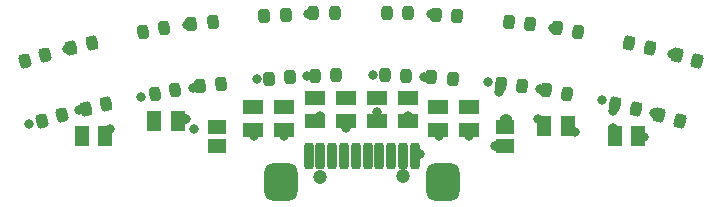
<source format=gts>
G04*
G04 #@! TF.GenerationSoftware,Altium Limited,Altium Designer,24.9.1 (31)*
G04*
G04 Layer_Color=8388736*
%FSLAX44Y44*%
%MOMM*%
G71*
G04*
G04 #@! TF.SameCoordinates,7DCFF066-EA26-49B3-B75A-539F59D7DBC6*
G04*
G04*
G04 #@! TF.FilePolarity,Negative*
G04*
G01*
G75*
%ADD30R,1.1532X1.6532*%
%ADD31R,1.6532X1.1532*%
%ADD32R,1.5932X1.1632*%
G04:AMPARAMS|DCode=33|XSize=1.2032mm|YSize=0.9732mm|CornerRadius=0.2903mm|HoleSize=0mm|Usage=FLASHONLY|Rotation=74.000|XOffset=0mm|YOffset=0mm|HoleType=Round|Shape=RoundedRectangle|*
%AMROUNDEDRECTD33*
21,1,1.2032,0.3927,0,0,74.0*
21,1,0.6227,0.9732,0,0,74.0*
1,1,0.5805,0.2746,0.2452*
1,1,0.5805,0.1029,-0.3534*
1,1,0.5805,-0.2746,-0.2452*
1,1,0.5805,-0.1029,0.3534*
%
%ADD33ROUNDEDRECTD33*%
G04:AMPARAMS|DCode=34|XSize=1.2032mm|YSize=0.9732mm|CornerRadius=0.2903mm|HoleSize=0mm|Usage=FLASHONLY|Rotation=256.700|XOffset=0mm|YOffset=0mm|HoleType=Round|Shape=RoundedRectangle|*
%AMROUNDEDRECTD34*
21,1,1.2032,0.3927,0,0,256.7*
21,1,0.6227,0.9732,0,0,256.7*
1,1,0.5805,-0.2627,-0.2578*
1,1,0.5805,-0.1195,0.3482*
1,1,0.5805,0.2627,0.2578*
1,1,0.5805,0.1195,-0.3482*
%
%ADD34ROUNDEDRECTD34*%
G04:AMPARAMS|DCode=35|XSize=1.2032mm|YSize=0.9732mm|CornerRadius=0.2903mm|HoleSize=0mm|Usage=FLASHONLY|Rotation=79.900|XOffset=0mm|YOffset=0mm|HoleType=Round|Shape=RoundedRectangle|*
%AMROUNDEDRECTD35*
21,1,1.2032,0.3927,0,0,79.9*
21,1,0.6227,0.9732,0,0,79.9*
1,1,0.5805,0.2479,0.2721*
1,1,0.5805,0.1387,-0.3410*
1,1,0.5805,-0.2479,-0.2721*
1,1,0.5805,-0.1387,0.3410*
%
%ADD35ROUNDEDRECTD35*%
G04:AMPARAMS|DCode=36|XSize=1.2032mm|YSize=0.9732mm|CornerRadius=0.2903mm|HoleSize=0mm|Usage=FLASHONLY|Rotation=262.400|XOffset=0mm|YOffset=0mm|HoleType=Round|Shape=RoundedRectangle|*
%AMROUNDEDRECTD36*
21,1,1.2032,0.3927,0,0,262.4*
21,1,0.6227,0.9732,0,0,262.4*
1,1,0.5805,-0.2358,-0.2827*
1,1,0.5805,-0.1535,0.3346*
1,1,0.5805,0.2358,0.2827*
1,1,0.5805,0.1535,-0.3346*
%
%ADD36ROUNDEDRECTD36*%
G04:AMPARAMS|DCode=37|XSize=1.2032mm|YSize=0.9732mm|CornerRadius=0.2903mm|HoleSize=0mm|Usage=FLASHONLY|Rotation=85.700|XOffset=0mm|YOffset=0mm|HoleType=Round|Shape=RoundedRectangle|*
%AMROUNDEDRECTD37*
21,1,1.2032,0.3927,0,0,85.7*
21,1,0.6227,0.9732,0,0,85.7*
1,1,0.5805,0.2191,0.2958*
1,1,0.5805,0.1725,-0.3252*
1,1,0.5805,-0.2191,-0.2958*
1,1,0.5805,-0.1725,0.3252*
%
%ADD37ROUNDEDRECTD37*%
G04:AMPARAMS|DCode=38|XSize=1.2032mm|YSize=0.9732mm|CornerRadius=0.2903mm|HoleSize=0mm|Usage=FLASHONLY|Rotation=91.700|XOffset=0mm|YOffset=0mm|HoleType=Round|Shape=RoundedRectangle|*
%AMROUNDEDRECTD38*
21,1,1.2032,0.3927,0,0,91.7*
21,1,0.6227,0.9732,0,0,91.7*
1,1,0.5805,0.1870,0.3170*
1,1,0.5805,0.2055,-0.3054*
1,1,0.5805,-0.1870,-0.3170*
1,1,0.5805,-0.2055,0.3054*
%
%ADD38ROUNDEDRECTD38*%
G04:AMPARAMS|DCode=39|XSize=1.2032mm|YSize=0.9732mm|CornerRadius=0.2903mm|HoleSize=0mm|Usage=FLASHONLY|Rotation=268.300|XOffset=0mm|YOffset=0mm|HoleType=Round|Shape=RoundedRectangle|*
%AMROUNDEDRECTD39*
21,1,1.2032,0.3927,0,0,268.3*
21,1,0.6227,0.9732,0,0,268.3*
1,1,0.5805,-0.2055,-0.3054*
1,1,0.5805,-0.1870,0.3170*
1,1,0.5805,0.2055,0.3054*
1,1,0.5805,0.1870,-0.3170*
%
%ADD39ROUNDEDRECTD39*%
G04:AMPARAMS|DCode=40|XSize=1.2032mm|YSize=0.9732mm|CornerRadius=0.2903mm|HoleSize=0mm|Usage=FLASHONLY|Rotation=274.200|XOffset=0mm|YOffset=0mm|HoleType=Round|Shape=RoundedRectangle|*
%AMROUNDEDRECTD40*
21,1,1.2032,0.3927,0,0,274.2*
21,1,0.6227,0.9732,0,0,274.2*
1,1,0.5805,-0.1730,-0.3249*
1,1,0.5805,-0.2186,0.2961*
1,1,0.5805,0.1730,0.3249*
1,1,0.5805,0.2186,-0.2961*
%
%ADD40ROUNDEDRECTD40*%
G04:AMPARAMS|DCode=41|XSize=1.2032mm|YSize=0.9732mm|CornerRadius=0.2903mm|HoleSize=0mm|Usage=FLASHONLY|Rotation=97.600|XOffset=0mm|YOffset=0mm|HoleType=Round|Shape=RoundedRectangle|*
%AMROUNDEDRECTD41*
21,1,1.2032,0.3927,0,0,97.6*
21,1,0.6227,0.9732,0,0,97.6*
1,1,0.5805,0.1535,0.3346*
1,1,0.5805,0.2358,-0.2827*
1,1,0.5805,-0.1535,-0.3346*
1,1,0.5805,-0.2358,0.2827*
%
%ADD41ROUNDEDRECTD41*%
G04:AMPARAMS|DCode=42|XSize=1.2032mm|YSize=0.9732mm|CornerRadius=0.2903mm|HoleSize=0mm|Usage=FLASHONLY|Rotation=280.200|XOffset=0mm|YOffset=0mm|HoleType=Round|Shape=RoundedRectangle|*
%AMROUNDEDRECTD42*
21,1,1.2032,0.3927,0,0,280.2*
21,1,0.6227,0.9732,0,0,280.2*
1,1,0.5805,-0.1381,-0.3412*
1,1,0.5805,-0.2484,0.2717*
1,1,0.5805,0.1381,0.3412*
1,1,0.5805,0.2484,-0.2717*
%
%ADD42ROUNDEDRECTD42*%
G04:AMPARAMS|DCode=43|XSize=1.2032mm|YSize=0.9732mm|CornerRadius=0.2903mm|HoleSize=0mm|Usage=FLASHONLY|Rotation=286.000|XOffset=0mm|YOffset=0mm|HoleType=Round|Shape=RoundedRectangle|*
%AMROUNDEDRECTD43*
21,1,1.2032,0.3927,0,0,286.0*
21,1,0.6227,0.9732,0,0,286.0*
1,1,0.5805,-0.1029,-0.3534*
1,1,0.5805,-0.2746,0.2452*
1,1,0.5805,0.1029,0.3534*
1,1,0.5805,0.2746,-0.2452*
%
%ADD43ROUNDEDRECTD43*%
G04:AMPARAMS|DCode=44|XSize=1.2032mm|YSize=0.9732mm|CornerRadius=0.2903mm|HoleSize=0mm|Usage=FLASHONLY|Rotation=103.300|XOffset=0mm|YOffset=0mm|HoleType=Round|Shape=RoundedRectangle|*
%AMROUNDEDRECTD44*
21,1,1.2032,0.3927,0,0,103.3*
21,1,0.6227,0.9732,0,0,103.3*
1,1,0.5805,0.1195,0.3482*
1,1,0.5805,0.2627,-0.2578*
1,1,0.5805,-0.1195,-0.3482*
1,1,0.5805,-0.2627,0.2578*
%
%ADD44ROUNDEDRECTD44*%
G04:AMPARAMS|DCode=45|XSize=2.8042mm|YSize=3.2029mm|CornerRadius=0.7388mm|HoleSize=0mm|Usage=FLASHONLY|Rotation=0.000|XOffset=0mm|YOffset=0mm|HoleType=Round|Shape=RoundedRectangle|*
%AMROUNDEDRECTD45*
21,1,2.8042,1.7253,0,0,0.0*
21,1,1.3265,3.2029,0,0,0.0*
1,1,1.4777,0.6632,-0.8626*
1,1,1.4777,-0.6632,-0.8626*
1,1,1.4777,-0.6632,0.8626*
1,1,1.4777,0.6632,0.8626*
%
%ADD45ROUNDEDRECTD45*%
G04:AMPARAMS|DCode=46|XSize=0.8532mm|YSize=2.2352mm|CornerRadius=0.2609mm|HoleSize=0mm|Usage=FLASHONLY|Rotation=0.000|XOffset=0mm|YOffset=0mm|HoleType=Round|Shape=RoundedRectangle|*
%AMROUNDEDRECTD46*
21,1,0.8532,1.7135,0,0,0.0*
21,1,0.3315,2.2352,0,0,0.0*
1,1,0.5217,0.1658,-0.8568*
1,1,0.5217,-0.1658,-0.8568*
1,1,0.5217,-0.1658,0.8568*
1,1,0.5217,0.1658,0.8568*
%
%ADD46ROUNDEDRECTD46*%
%ADD47C,0.8032*%
%ADD48C,1.2032*%
D30*
X521876Y81534D02*
D03*
X541876D02*
D03*
X462186Y89916D02*
D03*
X482186D02*
D03*
X132240Y93980D02*
D03*
X152240D02*
D03*
X90772Y81534D02*
D03*
X70772D02*
D03*
D31*
X398780Y86360D02*
D03*
Y106360D02*
D03*
X268151Y113980D02*
D03*
Y93980D02*
D03*
X294277D02*
D03*
Y113980D02*
D03*
X215900Y86360D02*
D03*
Y106360D02*
D03*
X242026Y86360D02*
D03*
Y106360D02*
D03*
X372654Y86360D02*
D03*
Y106360D02*
D03*
X346529Y93980D02*
D03*
Y113980D02*
D03*
X320403D02*
D03*
Y93980D02*
D03*
D32*
X429006Y73380D02*
D03*
Y89180D02*
D03*
X185420Y73380D02*
D03*
Y89180D02*
D03*
D33*
X574353Y150304D02*
D03*
X591656Y145343D02*
D03*
X559744Y99357D02*
D03*
X577047Y94396D02*
D03*
D34*
X539662Y104570D02*
D03*
X522145Y108711D02*
D03*
X551855Y156149D02*
D03*
X534338Y160290D02*
D03*
D35*
X473187Y172668D02*
D03*
X490908Y169511D02*
D03*
X463892Y120489D02*
D03*
X481613Y117332D02*
D03*
D36*
X443116Y123643D02*
D03*
X425274Y126023D02*
D03*
X450126Y176177D02*
D03*
X432284Y178557D02*
D03*
D37*
X370612Y184400D02*
D03*
X388562Y183051D02*
D03*
X366638Y131549D02*
D03*
X384588Y130200D02*
D03*
D38*
X266718Y185621D02*
D03*
X284710Y186155D02*
D03*
X268290Y132645D02*
D03*
X286282Y133179D02*
D03*
D39*
X345610Y132645D02*
D03*
X327618Y133179D02*
D03*
X347182Y185621D02*
D03*
X329190Y186155D02*
D03*
D40*
X247217Y131630D02*
D03*
X229265Y130312D02*
D03*
X243335Y184488D02*
D03*
X225383Y183170D02*
D03*
D41*
X163574Y176177D02*
D03*
X181416Y178557D02*
D03*
X170584Y123643D02*
D03*
X188426Y126023D02*
D03*
D42*
X150050Y120513D02*
D03*
X132335Y117325D02*
D03*
X140665Y172675D02*
D03*
X122949Y169487D02*
D03*
D43*
X54256Y99357D02*
D03*
X36953Y94396D02*
D03*
X39647Y150304D02*
D03*
X22344Y145343D02*
D03*
D44*
X61730Y156150D02*
D03*
X79247Y160291D02*
D03*
X73923Y104571D02*
D03*
X91440Y108712D02*
D03*
D45*
X239153Y43028D02*
D03*
X376161D02*
D03*
D46*
X302657Y64770D02*
D03*
X292657D02*
D03*
X282657D02*
D03*
X272657D02*
D03*
X262657D02*
D03*
X352657D02*
D03*
X342657D02*
D03*
X332657D02*
D03*
X322657D02*
D03*
X312657D02*
D03*
D47*
X424180Y118618D02*
D03*
X520173Y102791D02*
D03*
X520382Y88532D02*
D03*
X165704Y87884D02*
D03*
X158680Y96350D02*
D03*
X121158Y115062D02*
D03*
X94488Y87884D02*
D03*
X316992Y133350D02*
D03*
X320548Y101854D02*
D03*
X184658Y87884D02*
D03*
X570738Y151130D02*
D03*
X469646Y172974D02*
D03*
X366776Y184658D02*
D03*
X262636Y185166D02*
D03*
X159512Y176022D02*
D03*
X57912Y155448D02*
D03*
X546608Y81026D02*
D03*
X185674Y73406D02*
D03*
X420878D02*
D03*
X511048Y112014D02*
D03*
X554990Y101346D02*
D03*
X456946Y96266D02*
D03*
X414782Y127000D02*
D03*
X487934Y85344D02*
D03*
X346710Y98806D02*
D03*
X272542D02*
D03*
X261677Y132645D02*
D03*
X216154Y81534D02*
D03*
X242316D02*
D03*
X356870Y66294D02*
D03*
X398780Y81280D02*
D03*
X372872Y81534D02*
D03*
X294132Y88646D02*
D03*
X458470Y121666D02*
D03*
X360680Y131826D02*
D03*
X218694Y129540D02*
D03*
X164592Y122682D02*
D03*
X26162Y91440D02*
D03*
X68072Y103378D02*
D03*
D48*
X272542Y47244D02*
D03*
X342657Y47509D02*
D03*
X429514Y93980D02*
D03*
X239153Y43028D02*
D03*
X376161D02*
D03*
M02*

</source>
